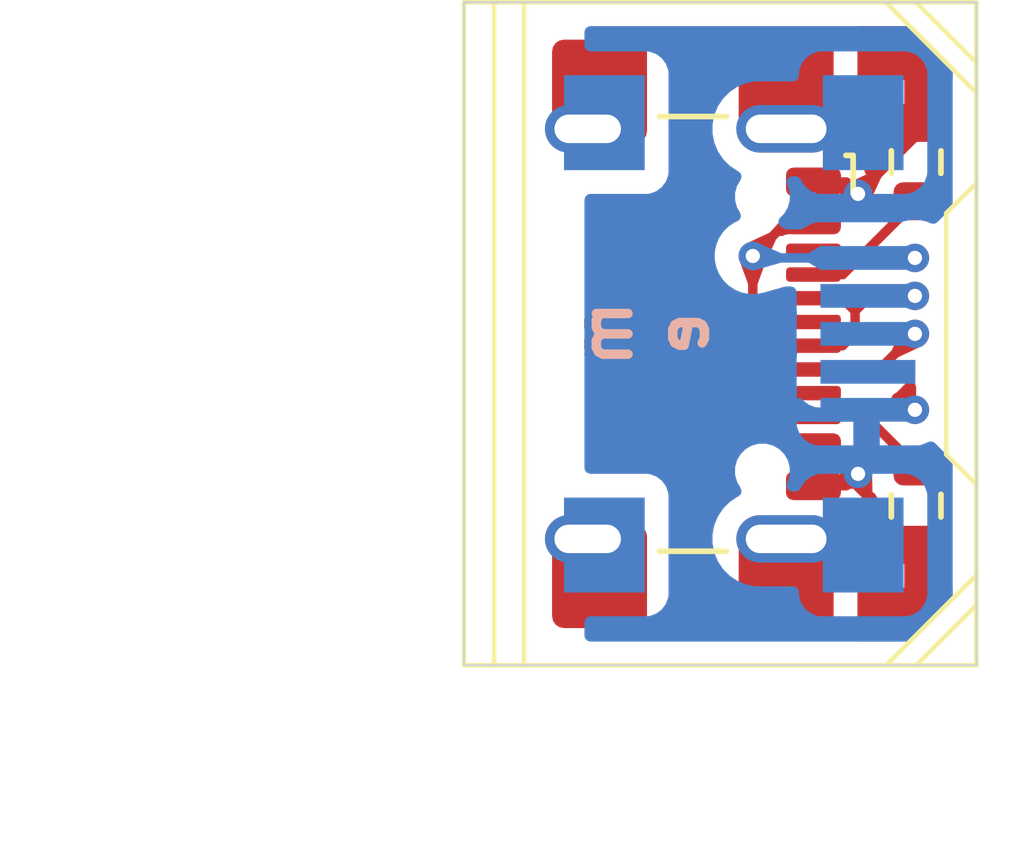
<source format=kicad_pcb>
(kicad_pcb (version 20241229) (generator "pcbnew") (generator_version "9.0")
  (layers (0 "F.Cu" signal) (2 "B.Cu" signal) (13 "F.Paste" user) (15 "B.Paste" user) (5 "F.SilkS" user "F.Silkscreen") (7 "B.SilkS" user "B.Silkscreen") (1 "F.Mask" user) (3 "B.Mask" user) (25 "Edge.Cuts" user))
  (net 0 "")
  (net 1 "/D+")
  (net 2 "/VBUS")
  (net 3 "GND")
  (net 4 "/D-")
  (net 6 "/Shield")
  (net 8 "/CC1")
  (net 9 "/CC2")
  (footprint "Resistor_SMD:R_0603_1608Metric" (layer "F.Cu") (at 85.725 54.42 -90)
    (property "Reference" "R2" (hide yes))
    (property "Value" "5K1")
    (fp_line (start -0.237258 0.5225) (end 0.237258 0.5225) (stroke (width 0.12)) (layer "F.SilkS"))
    (fp_line (start -0.237258 -0.5225) (end 0.237258 -0.5225) (stroke (width 0.12)) (layer "F.SilkS"))
    (pad "1" smd roundrect (at -0.825 0 270) (size 0.8 0.95) (layers "F.Cu" "F.Mask" "F.Paste") (net 9 "/CC2"))
    (pad "2" smd roundrect (at 0.825 0 270) (size 0.8 0.95) (layers "F.Cu" "F.Mask" "F.Paste") (net 3 "GND"))
  )
  (footprint "Resistor_SMD:R_0603_1608Metric" (layer "F.Cu") (at 85.725 47.18 90)
    (property "Reference" "R1" (hide yes))
    (property "Value" "5K1")
    (fp_line (start -0.237258 -0.5225) (end 0.237258 -0.5225) (stroke (width 0.12)) (layer "F.SilkS"))
    (fp_line (start -0.237258 0.5225) (end 0.237258 0.5225) (stroke (width 0.12)) (layer "F.SilkS"))
    (pad "1" smd roundrect (at -0.825 0 90) (size 0.8 0.95) (layers "F.Cu" "F.Mask" "F.Paste") (net 8 "/CC1"))
    (pad "2" smd roundrect (at 0.825 0 90) (size 0.8 0.95) (layers "F.Cu" "F.Mask" "F.Paste") (net 3 "GND"))
  )
  (footprint "Connector_USB:USB_C_Receptacle_GCT_USB4105-xx-A_16P_TopMnt_Horizontal" (layer "F.Cu") (at 79.883 50.8 -90)
    (property "Reference" "J3" (hide yes))
    (property "Value" "USB_C_Receptacle_USB2.0_16P" (hide yes))
    (pad "" np_thru_hole circle (at -2.89 -2.605 270) (size 0.65 0.65) (drill 0.65) (layers "*.Cu" "*.Mask"))
    (pad "" np_thru_hole circle (at 2.89 -2.605 270) (size 0.65 0.65) (drill 0.65) (layers "*.Cu" "*.Mask"))
    (pad "A1" smd roundrect (at -3.2 -3.68 270) (size 0.6 1.15) (layers "F.Cu" "F.Mask" "F.Paste") (net 3 "GND"))
    (pad "A4" smd roundrect (at -2.4 -3.68 270) (size 0.6 1.15) (layers "F.Cu" "F.Mask" "F.Paste") (net 2 "/VBUS"))
    (pad "A5" smd roundrect (at -1.25 -3.68 270) (size 0.3 1.15) (layers "F.Cu" "F.Mask" "F.Paste") (net 8 "/CC1"))
    (pad "A6" smd roundrect (at -0.25 -3.68 270) (size 0.3 1.15) (layers "F.Cu" "F.Mask" "F.Paste") (net 1 "/D+"))
    (pad "A7" smd roundrect (at 0.25 -3.68 270) (size 0.3 1.15) (layers "F.Cu" "F.Mask" "F.Paste") (net 4 "/D-"))
    (pad "A8" smd roundrect (at 1.25 -3.68 270) (size 0.3 1.15) (layers "F.Cu" "F.Mask" "F.Paste"))
    (pad "A9" smd roundrect (at 2.4 -3.68 270) (size 0.6 1.15) (layers "F.Cu" "F.Mask" "F.Paste") (net 2 "/VBUS"))
    (pad "A12" smd roundrect (at 3.2 -3.68 270) (size 0.6 1.15) (layers "F.Cu" "F.Mask" "F.Paste") (net 3 "GND"))
    (pad "B1" smd roundrect (at 3.2 -3.68 270) (size 0.6 1.15) (layers "F.Cu" "F.Mask" "F.Paste") (net 3 "GND"))
    (pad "B4" smd roundrect (at 2.4 -3.68 270) (size 0.6 1.15) (layers "F.Cu" "F.Mask" "F.Paste") (net 2 "/VBUS"))
    (pad "B5" smd roundrect (at 1.75 -3.68 270) (size 0.3 1.15) (layers "F.Cu" "F.Mask" "F.Paste") (net 9 "/CC2"))
    (pad "B6" smd roundrect (at 0.75 -3.68 270) (size 0.3 1.15) (layers "F.Cu" "F.Mask" "F.Paste") (net 1 "/D+"))
    (pad "B7" smd roundrect (at -0.75 -3.68 270) (size 0.3 1.15) (layers "F.Cu" "F.Mask" "F.Paste") (net 4 "/D-"))
    (pad "B8" smd roundrect (at -1.75 -3.68 270) (size 0.3 1.15) (layers "F.Cu" "F.Mask" "F.Paste"))
    (pad "B9" smd roundrect (at -2.4 -3.68 270) (size 0.6 1.15) (layers "F.Cu" "F.Mask" "F.Paste") (net 2 "/VBUS"))
    (pad "B12" smd roundrect (at -3.2 -3.68 270) (size 0.6 1.15) (layers "F.Cu" "F.Mask" "F.Paste") (net 3 "GND"))
    (pad "S1" thru_hole oval (at -4.32 -3.105 270) (size 1 2.1) (drill oval 0.6 1.7) (property pad_prop_heatsink) (layers "*.Cu" "*.Mask" "F.Paste") (net 6 "/Shield"))
    (pad "S1" thru_hole oval (at -4.32 1.075 270) (size 1 1.8) (drill oval 0.6 1.4) (property pad_prop_heatsink) (layers "*.Cu" "*.Mask" "F.Paste") (net 6 "/Shield"))
    (pad "S1" thru_hole oval (at 4.32 -3.105 270) (size 1 2.1) (drill oval 0.6 1.7) (property pad_prop_heatsink) (layers "*.Cu" "*.Mask" "F.Paste") (net 6 "/Shield"))
    (pad "S1" thru_hole oval (at 4.32 1.075 270) (size 1 1.8) (drill oval 0.6 1.4) (property pad_prop_heatsink) (layers "*.Cu" "*.Mask" "F.Paste") (net 6 "/Shield"))
  )
  (footprint "Connector_USB:USB_C_Receptacle_GCT_USB4110" (layer "F.Cu") (at 79.883 50.8 -90)
    (property "Reference" "J1" (hide yes))
    (property "Value" "USB_C_Receptacle_USB2.0_16P" (hide yes))
    (fp_line (start -4.58 -0.435) (end -4.58 -1.845) (stroke (width 0.12)) (layer "F.SilkS"))
    (fp_line (start 4.58 -0.435) (end 4.58 -1.845) (stroke (width 0.12)) (layer "F.SilkS"))
    (fp_line (start -3.76 -4.515) (end -3.76 -4.365) (stroke (width 0.12)) (layer "F.SilkS"))
    (fp_line (start -2.96 -4.515) (end -3.76 -4.515) (stroke (width 0.12)) (layer "F.SilkS"))
    (pad "" np_thru_hole circle (at -2.89 -2.605 270) (size 0.65 0.65) (drill 0.65) (layers "*.Cu" "*.Mask"))
    (pad "" np_thru_hole circle (at 2.89 -2.605 270) (size 0.65 0.65) (drill 0.65) (layers "*.Cu" "*.Mask"))
    (pad "A1" smd roundrect (at -3.2 -3.68 270) (size 0.6 1.15) (layers "F.Cu" "F.Mask" "F.Paste") (net 3 "GND"))
    (pad "A4" smd roundrect (at -2.4 -3.68 270) (size 0.6 1.15) (layers "F.Cu" "F.Mask" "F.Paste") (net 2 "/VBUS"))
    (pad "A5" smd roundrect (at -1.25 -3.68 270) (size 0.3 1.15) (layers "F.Cu" "F.Mask" "F.Paste") (net 8 "/CC1"))
    (pad "A6" smd roundrect (at -0.25 -3.68 270) (size 0.3 1.15) (layers "F.Cu" "F.Mask" "F.Paste") (net 1 "/D+"))
    (pad "A7" smd roundrect (at 0.25 -3.68 270) (size 0.3 1.15) (layers "F.Cu" "F.Mask" "F.Paste") (net 4 "/D-"))
    (pad "A8" smd roundrect (at 1.25 -3.68 270) (size 0.3 1.15) (layers "F.Cu" "F.Mask" "F.Paste"))
    (pad "A9" smd roundrect (at 2.4 -3.68 270) (size 0.6 1.15) (layers "F.Cu" "F.Mask" "F.Paste") (net 2 "/VBUS"))
    (pad "A12" smd roundrect (at 3.2 -3.68 270) (size 0.6 1.15) (layers "F.Cu" "F.Mask" "F.Paste") (net 3 "GND"))
    (pad "B1" smd roundrect (at 3.2 -3.68 270) (size 0.6 1.15) (layers "F.Cu" "F.Mask" "F.Paste") (net 3 "GND"))
    (pad "B4" smd roundrect (at 2.4 -3.68 270) (size 0.6 1.15) (layers "F.Cu" "F.Mask" "F.Paste") (net 2 "/VBUS"))
    (pad "B5" smd roundrect (at 1.75 -3.68 270) (size 0.3 1.15) (layers "F.Cu" "F.Mask" "F.Paste") (net 9 "/CC2"))
    (pad "B6" smd roundrect (at 0.75 -3.68 270) (size 0.3 1.15) (layers "F.Cu" "F.Mask" "F.Paste") (net 1 "/D+"))
    (pad "B7" smd roundrect (at -0.75 -3.68 270) (size 0.3 1.15) (layers "F.Cu" "F.Mask" "F.Paste") (net 4 "/D-"))
    (pad "B8" smd roundrect (at -1.75 -3.68 270) (size 0.3 1.15) (layers "F.Cu" "F.Mask" "F.Paste"))
    (pad "B9" smd roundrect (at -2.4 -3.68 270) (size 0.6 1.15) (layers "F.Cu" "F.Mask" "F.Paste") (net 2 "/VBUS"))
    (pad "B12" smd roundrect (at -3.2 -3.68 270) (size 0.6 1.15) (layers "F.Cu" "F.Mask" "F.Paste") (net 3 "GND"))
    (pad "S1" smd roundrect (at -5.11 -3.105 270) (size 2.18 2) (layers "F.Cu" "F.Mask" "F.Paste") (roundrect_rratio 0.125) (net 6 "/Shield"))
    (pad "S1" smd roundrect (at -5.11 0.825 270) (size 2.18 2) (layers "F.Cu" "F.Mask" "F.Paste") (roundrect_rratio 0.125) (net 6 "/Shield"))
    (pad "S1" smd roundrect (at 5.11 -3.105 270) (size 2.18 2) (layers "F.Cu" "F.Mask" "F.Paste") (roundrect_rratio 0.125) (net 6 "/Shield"))
    (pad "S1" smd roundrect (at 5.11 0.825 270) (size 2.18 2) (layers "F.Cu" "F.Mask" "F.Paste") (roundrect_rratio 0.125) (net 6 "/Shield"))
  )
  (footprint "Connector_USB:USB_Mini-B_Lumberg_2486_01_Horizontal" (layer "B.Cu") (at 82.0096 50.8 90)
    (property "Reference" "J2" (hide yes))
    (property "Value" "USB_B_Mini" (hide yes))
    (pad "1" smd rect (at 1.6 2.7 270) (size 0.5 2) (layers "B.Cu" "B.Mask" "B.Paste") (net 2 "/VBUS"))
    (pad "2" smd rect (at 0.8 2.7 270) (size 0.5 2) (layers "B.Cu" "B.Mask" "B.Paste") (net 4 "/D-"))
    (pad "3" smd rect (at 0 2.7 270) (size 0.5 2) (layers "B.Cu" "B.Mask" "B.Paste") (net 1 "/D+"))
    (pad "4" smd rect (at -0.8 2.7 270) (size 0.5 2) (layers "B.Cu" "B.Mask" "B.Paste"))
    (pad "5" smd rect (at -1.6 2.7 270) (size 0.5 2) (layers "B.Cu" "B.Mask" "B.Paste") (net 3 "GND"))
    (pad "6" smd rect (at -4.45 -2.85 90) (size 2 1.7) (layers "B.Cu" "B.Mask" "B.Paste") (net 6 "/Shield"))
    (pad "6" smd rect (at -4.45 2.6 90) (size 2 1.7) (layers "B.Cu" "B.Mask" "B.Paste") (net 6 "/Shield"))
    (pad "6" smd rect (at 4.45 -2.85 90) (size 2 1.7) (layers "B.Cu" "B.Mask" "B.Paste") (net 6 "/Shield"))
    (pad "6" smd rect (at 4.45 2.6 90) (size 2 1.7) (layers "B.Cu" "B.Mask" "B.Paste") (net 6 "/Shield"))
  )
  (gr_line (start 76.2 57.785) (end 76.2 43.815) (stroke (width 0.1)) (layer "F.SilkS"))
  (gr_line (start 76.835 43.815) (end 76.835 57.785) (stroke (width 0.1)) (layer "F.SilkS"))
  (gr_line (start 77.47 43.815) (end 77.47 57.785) (stroke (width 0.1)) (layer "F.SilkS"))
  (gr_line (start 85.725 43.815) (end 86.995 45.085) (stroke (width 0.1)) (layer "F.SilkS"))
  (gr_line (start 86.995 43.815) (end 86.995 57.785) (stroke (width 0.1)) (layer "F.SilkS"))
  (gr_line (start 85.09 57.785) (end 86.995 55.88) (stroke (width 0.1)) (layer "F.SilkS"))
  (gr_line (start 85.725 57.785) (end 86.995 56.515) (stroke (width 0.1)) (layer "F.SilkS"))
  (gr_line (start 86.36 53.34) (end 86.995 53.975) (stroke (width 0.1)) (layer "F.SilkS"))
  (gr_line (start 85.09 43.815) (end 86.995 45.72) (stroke (width 0.1)) (layer "F.SilkS"))
  (gr_line (start 86.36 48.26) (end 86.995 47.625) (stroke (width 0.1)) (layer "F.SilkS"))
  (gr_line (start 86.36 48.26) (end 86.36 53.34) (stroke (width 0.1)) (layer "F.SilkS"))
  (gr_line (start 86.995 57.785) (end 76.2 57.785) (stroke (width 0.1)) (layer "F.SilkS"))
  (gr_line (start 76.2 43.815) (end 86.995 43.815) (stroke (width 0.1)) (layer "F.SilkS"))
  (gr_line (start 76.2 43.815) (end 76.2 57.785) (stroke (width 0.05)) (layer "Edge.Cuts"))
  (gr_line (start 86.995 57.785) (end 86.995 43.815) (stroke (width 0.05)) (layer "Edge.Cuts"))
  (gr_line (start 76.2 57.785) (end 86.995 57.785) (stroke (width 0.05)) (layer "Edge.Cuts"))
  (gr_line (start 86.995 43.815) (end 76.2 43.815) (stroke (width 0.05)) (layer "Edge.Cuts"))
  (gr_text "m\ne" (at 79.883 50.8 90) (layer "F.Cu") (effects (font (size 1 1) (thickness 0.25) (bold yes))))
  (gr_text "m\ne" (at 80.01 50.8 90) (layer "B.SilkS") (effects (font (size 1 1) (thickness 0.2) (bold yes)) (justify mirror)))
  (segment (start 82.954176 51.55) (end 83.563 51.55) (width 0.2) (layer "F.Cu") (net 1))
  (segment (start 82.687 50.817176) (end 82.687 51.282824) (width 0.2) (layer "F.Cu") (net 1))
  (segment (start 82.954176 50.55) (end 82.687 50.817176) (width 0.2) (layer "F.Cu") (net 1))
  (segment (start 84.9496 51.55) (end 85.6996 50.8) (width 0.2) (layer "F.Cu") (net 1))
  (segment (start 83.563 50.55) (end 82.954176 50.55) (width 0.2) (layer "F.Cu") (net 1))
  (segment (start 83.563 51.55) (end 84.9496 51.55) (width 0.2) (layer "F.Cu") (net 1))
  (segment (start 82.687 51.282824) (end 82.954176 51.55) (width 0.2) (layer "F.Cu") (net 1))
  (via (at 85.6996 50.8) (size 0.6) (drill 0.3) (layers "F.Cu" "B.Cu") (net 1))
  (segment (start 84.7096 50.8) (end 85.6996 50.8) (width 0.2) (layer "B.Cu") (net 1))
  (segment (start 82.286 49.159) (end 83.045 48.4) (width 0.2) (layer "F.Cu") (net 2))
  (segment (start 83.045 53.2) (end 82.286 52.441) (width 0.2) (layer "F.Cu") (net 2))
  (segment (start 83.045 48.4) (end 83.563 48.4) (width 0.2) (layer "F.Cu") (net 2))
  (segment (start 82.286 52.441) (end 82.286 49.159) (width 0.2) (layer "F.Cu") (net 2))
  (segment (start 83.563 53.2) (end 83.045 53.2) (width 0.2) (layer "F.Cu") (net 2))
  (via (at 85.6996 49.1998) (size 0.6) (drill 0.3) (layers "F.Cu" "B.Cu") (net 2))
  (via (at 82.286 49.159) (size 0.6) (drill 0.3) (layers "F.Cu" "B.Cu") (net 2))
  (segment (start 85.6994 49.2) (end 85.6996 49.1998) (width 0.2) (layer "B.Cu") (net 2))
  (segment (start 84.7096 49.2) (end 85.6994 49.2) (width 0.2) (layer "B.Cu") (net 2))
  (segment (start 84.7096 49.2) (end 82.327 49.2) (width 0.2) (layer "B.Cu") (net 2))
  (segment (start 82.327 49.2) (end 82.286 49.159) (width 0.2) (layer "B.Cu") (net 2))
  (segment (start 85.725 46.627125) (end 84.502125 47.85) (width 0.2) (layer "F.Cu") (net 3))
  (segment (start 84.252125 54) (end 84.502125 53.75) (width 0.2) (layer "F.Cu") (net 3))
  (segment (start 83.563 47.6) (end 84.252125 47.6) (width 0.2) (layer "F.Cu") (net 3))
  (segment (start 85.725 46.355) (end 85.725 46.627125) (width 0.2) (layer "F.Cu") (net 3))
  (segment (start 85.725 55.245) (end 84.502125 54.022125) (width 0.2) (layer "F.Cu") (net 3))
  (segment (start 83.563 54) (end 84.252125 54) (width 0.2) (layer "F.Cu") (net 3))
  (segment (start 84.502125 54.022125) (end 84.502125 53.75) (width 0.2) (layer "F.Cu") (net 3))
  (segment (start 84.252125 47.6) (end 84.502125 47.85) (width 0.2) (layer "F.Cu") (net 3))
  (via (at 85.6996 52.4002) (size 0.6) (drill 0.3) (layers "F.Cu" "B.Cu") (net 3))
  (via (at 84.502125 53.75) (size 0.6) (drill 0.3) (layers "F.Cu" "B.Cu") (net 3))
  (via (at 84.502125 47.85) (size 0.6) (drill 0.3) (layers "F.Cu" "B.Cu") (net 3))
  (segment (start 84.7096 52.4) (end 85.6994 52.4) (width 0.2) (layer "B.Cu") (net 3))
  (segment (start 84.502125 53.75) (end 84.502125 52.607475) (width 0.2) (layer "B.Cu") (net 3))
  (segment (start 85.6994 52.4) (end 85.6996 52.4002) (width 0.2) (layer "B.Cu") (net 3))
  (segment (start 84.502125 52.607475) (end 84.7096 52.4) (width 0.2) (layer "B.Cu") (net 3))
  (segment (start 84.439 50.782824) (end 84.171824 51.05) (width 0.2) (layer "F.Cu") (net 4))
  (segment (start 84.756373 49.999803) (end 84.439 50.317176) (width 0.2) (layer "F.Cu") (net 4))
  (segment (start 83.563 50.05) (end 84.171824 50.05) (width 0.2) (layer "F.Cu") (net 4))
  (segment (start 85.6996 49.999803) (end 84.756373 49.999803) (width 0.2) (layer "F.Cu") (net 4))
  (segment (start 84.171824 51.05) (end 83.563 51.05) (width 0.2) (layer "F.Cu") (net 4))
  (segment (start 84.171824 50.05) (end 84.439 50.317176) (width 0.2) (layer "F.Cu") (net 4))
  (segment (start 84.439 50.317176) (end 84.439 50.782824) (width 0.2) (layer "F.Cu") (net 4))
  (via (at 85.6996 49.999803) (size 0.6) (drill 0.3) (layers "F.Cu" "B.Cu") (net 4))
  (segment (start 85.699403 50) (end 85.6996 49.999803) (width 0.2) (layer "B.Cu") (net 4))
  (segment (start 84.7096 50) (end 85.699403 50) (width 0.2) (layer "B.Cu") (net 4))
  (segment (start 84.18 49.55) (end 85.725 48.005) (width 0.2) (layer "F.Cu") (net 8))
  (segment (start 83.563 49.55) (end 84.18 49.55) (width 0.2) (layer "F.Cu") (net 8))
  (segment (start 83.563 52.55) (end 84.68 52.55) (width 0.2) (layer "F.Cu") (net 9))
  (segment (start 84.68 52.55) (end 85.725 53.595) (width 0.2) (layer "F.Cu") (net 9))
  (zone (net 3) (net_name "GND") (layers "F.Cu" "B.Cu") (connect_pads (clearance 0.5)) (min_thickness 0.25) (fill yes (thermal_gap 0.5) (thermal_bridge_width 0.5))
    (polygon (pts (xy 78.74 43.815) (xy 85.09 43.815) (xy 86.995 45.72) (xy 86.995 47.625) (xy 85.725 48.895) (xy 85.725 52.705) (xy 86.995 53.975) (xy 86.995 55.88) (xy 85.09 57.785) (xy 78.74 57.785)))
  )
)
</source>
